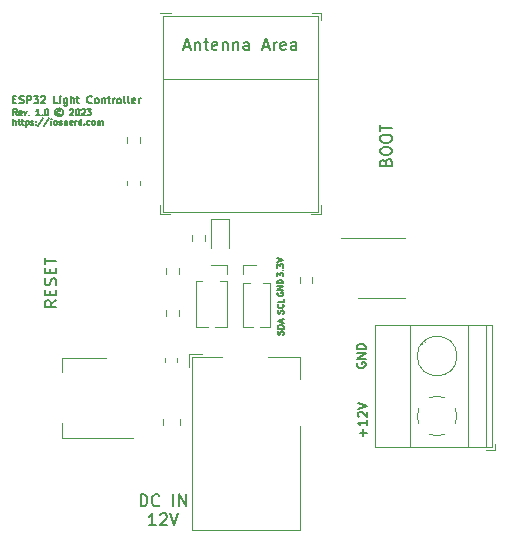
<source format=gto>
%TF.GenerationSoftware,KiCad,Pcbnew,7.0.5*%
%TF.CreationDate,2023-09-05T15:51:43-07:00*%
%TF.ProjectId,esp32_basic_led_controller,65737033-325f-4626-9173-69635f6c6564,v01 Rev1.0*%
%TF.SameCoordinates,Original*%
%TF.FileFunction,Legend,Top*%
%TF.FilePolarity,Positive*%
%FSLAX46Y46*%
G04 Gerber Fmt 4.6, Leading zero omitted, Abs format (unit mm)*
G04 Created by KiCad (PCBNEW 7.0.5) date 2023-09-05 15:51:43*
%MOMM*%
%LPD*%
G01*
G04 APERTURE LIST*
%ADD10C,0.127000*%
%ADD11C,0.150000*%
%ADD12C,0.200000*%
%ADD13C,0.120000*%
G04 APERTURE END LIST*
D10*
X103919790Y-84863346D02*
X103750456Y-84621441D01*
X103629504Y-84863346D02*
X103629504Y-84355346D01*
X103629504Y-84355346D02*
X103823028Y-84355346D01*
X103823028Y-84355346D02*
X103871409Y-84379536D01*
X103871409Y-84379536D02*
X103895599Y-84403727D01*
X103895599Y-84403727D02*
X103919790Y-84452108D01*
X103919790Y-84452108D02*
X103919790Y-84524679D01*
X103919790Y-84524679D02*
X103895599Y-84573060D01*
X103895599Y-84573060D02*
X103871409Y-84597251D01*
X103871409Y-84597251D02*
X103823028Y-84621441D01*
X103823028Y-84621441D02*
X103629504Y-84621441D01*
X104331028Y-84839156D02*
X104282647Y-84863346D01*
X104282647Y-84863346D02*
X104185885Y-84863346D01*
X104185885Y-84863346D02*
X104137504Y-84839156D01*
X104137504Y-84839156D02*
X104113313Y-84790775D01*
X104113313Y-84790775D02*
X104113313Y-84597251D01*
X104113313Y-84597251D02*
X104137504Y-84548870D01*
X104137504Y-84548870D02*
X104185885Y-84524679D01*
X104185885Y-84524679D02*
X104282647Y-84524679D01*
X104282647Y-84524679D02*
X104331028Y-84548870D01*
X104331028Y-84548870D02*
X104355218Y-84597251D01*
X104355218Y-84597251D02*
X104355218Y-84645632D01*
X104355218Y-84645632D02*
X104113313Y-84694013D01*
X104524552Y-84524679D02*
X104645504Y-84863346D01*
X104645504Y-84863346D02*
X104766457Y-84524679D01*
X104959981Y-84814965D02*
X104984171Y-84839156D01*
X104984171Y-84839156D02*
X104959981Y-84863346D01*
X104959981Y-84863346D02*
X104935790Y-84839156D01*
X104935790Y-84839156D02*
X104959981Y-84814965D01*
X104959981Y-84814965D02*
X104959981Y-84863346D01*
X105855029Y-84863346D02*
X105564743Y-84863346D01*
X105709886Y-84863346D02*
X105709886Y-84355346D01*
X105709886Y-84355346D02*
X105661505Y-84427917D01*
X105661505Y-84427917D02*
X105613124Y-84476298D01*
X105613124Y-84476298D02*
X105564743Y-84500489D01*
X106072744Y-84814965D02*
X106096934Y-84839156D01*
X106096934Y-84839156D02*
X106072744Y-84863346D01*
X106072744Y-84863346D02*
X106048553Y-84839156D01*
X106048553Y-84839156D02*
X106072744Y-84814965D01*
X106072744Y-84814965D02*
X106072744Y-84863346D01*
X106411411Y-84355346D02*
X106459792Y-84355346D01*
X106459792Y-84355346D02*
X106508173Y-84379536D01*
X106508173Y-84379536D02*
X106532363Y-84403727D01*
X106532363Y-84403727D02*
X106556554Y-84452108D01*
X106556554Y-84452108D02*
X106580744Y-84548870D01*
X106580744Y-84548870D02*
X106580744Y-84669822D01*
X106580744Y-84669822D02*
X106556554Y-84766584D01*
X106556554Y-84766584D02*
X106532363Y-84814965D01*
X106532363Y-84814965D02*
X106508173Y-84839156D01*
X106508173Y-84839156D02*
X106459792Y-84863346D01*
X106459792Y-84863346D02*
X106411411Y-84863346D01*
X106411411Y-84863346D02*
X106363030Y-84839156D01*
X106363030Y-84839156D02*
X106338839Y-84814965D01*
X106338839Y-84814965D02*
X106314649Y-84766584D01*
X106314649Y-84766584D02*
X106290458Y-84669822D01*
X106290458Y-84669822D02*
X106290458Y-84548870D01*
X106290458Y-84548870D02*
X106314649Y-84452108D01*
X106314649Y-84452108D02*
X106338839Y-84403727D01*
X106338839Y-84403727D02*
X106363030Y-84379536D01*
X106363030Y-84379536D02*
X106411411Y-84355346D01*
X107596745Y-84476298D02*
X107548364Y-84452108D01*
X107548364Y-84452108D02*
X107451602Y-84452108D01*
X107451602Y-84452108D02*
X107403221Y-84476298D01*
X107403221Y-84476298D02*
X107354840Y-84524679D01*
X107354840Y-84524679D02*
X107330650Y-84573060D01*
X107330650Y-84573060D02*
X107330650Y-84669822D01*
X107330650Y-84669822D02*
X107354840Y-84718203D01*
X107354840Y-84718203D02*
X107403221Y-84766584D01*
X107403221Y-84766584D02*
X107451602Y-84790775D01*
X107451602Y-84790775D02*
X107548364Y-84790775D01*
X107548364Y-84790775D02*
X107596745Y-84766584D01*
X107499983Y-84282775D02*
X107379031Y-84306965D01*
X107379031Y-84306965D02*
X107258078Y-84379536D01*
X107258078Y-84379536D02*
X107185507Y-84500489D01*
X107185507Y-84500489D02*
X107161316Y-84621441D01*
X107161316Y-84621441D02*
X107185507Y-84742394D01*
X107185507Y-84742394D02*
X107258078Y-84863346D01*
X107258078Y-84863346D02*
X107379031Y-84935917D01*
X107379031Y-84935917D02*
X107499983Y-84960108D01*
X107499983Y-84960108D02*
X107620935Y-84935917D01*
X107620935Y-84935917D02*
X107741888Y-84863346D01*
X107741888Y-84863346D02*
X107814459Y-84742394D01*
X107814459Y-84742394D02*
X107838650Y-84621441D01*
X107838650Y-84621441D02*
X107814459Y-84500489D01*
X107814459Y-84500489D02*
X107741888Y-84379536D01*
X107741888Y-84379536D02*
X107620935Y-84306965D01*
X107620935Y-84306965D02*
X107499983Y-84282775D01*
X108419221Y-84403727D02*
X108443412Y-84379536D01*
X108443412Y-84379536D02*
X108491793Y-84355346D01*
X108491793Y-84355346D02*
X108612745Y-84355346D01*
X108612745Y-84355346D02*
X108661126Y-84379536D01*
X108661126Y-84379536D02*
X108685317Y-84403727D01*
X108685317Y-84403727D02*
X108709507Y-84452108D01*
X108709507Y-84452108D02*
X108709507Y-84500489D01*
X108709507Y-84500489D02*
X108685317Y-84573060D01*
X108685317Y-84573060D02*
X108395031Y-84863346D01*
X108395031Y-84863346D02*
X108709507Y-84863346D01*
X109023984Y-84355346D02*
X109072365Y-84355346D01*
X109072365Y-84355346D02*
X109120746Y-84379536D01*
X109120746Y-84379536D02*
X109144936Y-84403727D01*
X109144936Y-84403727D02*
X109169127Y-84452108D01*
X109169127Y-84452108D02*
X109193317Y-84548870D01*
X109193317Y-84548870D02*
X109193317Y-84669822D01*
X109193317Y-84669822D02*
X109169127Y-84766584D01*
X109169127Y-84766584D02*
X109144936Y-84814965D01*
X109144936Y-84814965D02*
X109120746Y-84839156D01*
X109120746Y-84839156D02*
X109072365Y-84863346D01*
X109072365Y-84863346D02*
X109023984Y-84863346D01*
X109023984Y-84863346D02*
X108975603Y-84839156D01*
X108975603Y-84839156D02*
X108951412Y-84814965D01*
X108951412Y-84814965D02*
X108927222Y-84766584D01*
X108927222Y-84766584D02*
X108903031Y-84669822D01*
X108903031Y-84669822D02*
X108903031Y-84548870D01*
X108903031Y-84548870D02*
X108927222Y-84452108D01*
X108927222Y-84452108D02*
X108951412Y-84403727D01*
X108951412Y-84403727D02*
X108975603Y-84379536D01*
X108975603Y-84379536D02*
X109023984Y-84355346D01*
X109386841Y-84403727D02*
X109411032Y-84379536D01*
X109411032Y-84379536D02*
X109459413Y-84355346D01*
X109459413Y-84355346D02*
X109580365Y-84355346D01*
X109580365Y-84355346D02*
X109628746Y-84379536D01*
X109628746Y-84379536D02*
X109652937Y-84403727D01*
X109652937Y-84403727D02*
X109677127Y-84452108D01*
X109677127Y-84452108D02*
X109677127Y-84500489D01*
X109677127Y-84500489D02*
X109652937Y-84573060D01*
X109652937Y-84573060D02*
X109362651Y-84863346D01*
X109362651Y-84863346D02*
X109677127Y-84863346D01*
X109846461Y-84355346D02*
X110160937Y-84355346D01*
X110160937Y-84355346D02*
X109991604Y-84548870D01*
X109991604Y-84548870D02*
X110064175Y-84548870D01*
X110064175Y-84548870D02*
X110112556Y-84573060D01*
X110112556Y-84573060D02*
X110136747Y-84597251D01*
X110136747Y-84597251D02*
X110160937Y-84645632D01*
X110160937Y-84645632D02*
X110160937Y-84766584D01*
X110160937Y-84766584D02*
X110136747Y-84814965D01*
X110136747Y-84814965D02*
X110112556Y-84839156D01*
X110112556Y-84839156D02*
X110064175Y-84863346D01*
X110064175Y-84863346D02*
X109919032Y-84863346D01*
X109919032Y-84863346D02*
X109870651Y-84839156D01*
X109870651Y-84839156D02*
X109846461Y-84814965D01*
X103629504Y-85681226D02*
X103629504Y-85173226D01*
X103847218Y-85681226D02*
X103847218Y-85415131D01*
X103847218Y-85415131D02*
X103823028Y-85366750D01*
X103823028Y-85366750D02*
X103774647Y-85342559D01*
X103774647Y-85342559D02*
X103702075Y-85342559D01*
X103702075Y-85342559D02*
X103653694Y-85366750D01*
X103653694Y-85366750D02*
X103629504Y-85390940D01*
X104016551Y-85342559D02*
X104210075Y-85342559D01*
X104089123Y-85173226D02*
X104089123Y-85608655D01*
X104089123Y-85608655D02*
X104113313Y-85657036D01*
X104113313Y-85657036D02*
X104161694Y-85681226D01*
X104161694Y-85681226D02*
X104210075Y-85681226D01*
X104306837Y-85342559D02*
X104500361Y-85342559D01*
X104379409Y-85173226D02*
X104379409Y-85608655D01*
X104379409Y-85608655D02*
X104403599Y-85657036D01*
X104403599Y-85657036D02*
X104451980Y-85681226D01*
X104451980Y-85681226D02*
X104500361Y-85681226D01*
X104669695Y-85342559D02*
X104669695Y-85850559D01*
X104669695Y-85366750D02*
X104718076Y-85342559D01*
X104718076Y-85342559D02*
X104814838Y-85342559D01*
X104814838Y-85342559D02*
X104863219Y-85366750D01*
X104863219Y-85366750D02*
X104887409Y-85390940D01*
X104887409Y-85390940D02*
X104911600Y-85439321D01*
X104911600Y-85439321D02*
X104911600Y-85584464D01*
X104911600Y-85584464D02*
X104887409Y-85632845D01*
X104887409Y-85632845D02*
X104863219Y-85657036D01*
X104863219Y-85657036D02*
X104814838Y-85681226D01*
X104814838Y-85681226D02*
X104718076Y-85681226D01*
X104718076Y-85681226D02*
X104669695Y-85657036D01*
X105105123Y-85657036D02*
X105153504Y-85681226D01*
X105153504Y-85681226D02*
X105250266Y-85681226D01*
X105250266Y-85681226D02*
X105298647Y-85657036D01*
X105298647Y-85657036D02*
X105322838Y-85608655D01*
X105322838Y-85608655D02*
X105322838Y-85584464D01*
X105322838Y-85584464D02*
X105298647Y-85536083D01*
X105298647Y-85536083D02*
X105250266Y-85511893D01*
X105250266Y-85511893D02*
X105177695Y-85511893D01*
X105177695Y-85511893D02*
X105129314Y-85487702D01*
X105129314Y-85487702D02*
X105105123Y-85439321D01*
X105105123Y-85439321D02*
X105105123Y-85415131D01*
X105105123Y-85415131D02*
X105129314Y-85366750D01*
X105129314Y-85366750D02*
X105177695Y-85342559D01*
X105177695Y-85342559D02*
X105250266Y-85342559D01*
X105250266Y-85342559D02*
X105298647Y-85366750D01*
X105540552Y-85632845D02*
X105564742Y-85657036D01*
X105564742Y-85657036D02*
X105540552Y-85681226D01*
X105540552Y-85681226D02*
X105516361Y-85657036D01*
X105516361Y-85657036D02*
X105540552Y-85632845D01*
X105540552Y-85632845D02*
X105540552Y-85681226D01*
X105540552Y-85366750D02*
X105564742Y-85390940D01*
X105564742Y-85390940D02*
X105540552Y-85415131D01*
X105540552Y-85415131D02*
X105516361Y-85390940D01*
X105516361Y-85390940D02*
X105540552Y-85366750D01*
X105540552Y-85366750D02*
X105540552Y-85415131D01*
X106145314Y-85149036D02*
X105709885Y-85802178D01*
X106677504Y-85149036D02*
X106242075Y-85802178D01*
X106846837Y-85681226D02*
X106846837Y-85342559D01*
X106846837Y-85173226D02*
X106822646Y-85197416D01*
X106822646Y-85197416D02*
X106846837Y-85221607D01*
X106846837Y-85221607D02*
X106871027Y-85197416D01*
X106871027Y-85197416D02*
X106846837Y-85173226D01*
X106846837Y-85173226D02*
X106846837Y-85221607D01*
X107161313Y-85681226D02*
X107112932Y-85657036D01*
X107112932Y-85657036D02*
X107088742Y-85632845D01*
X107088742Y-85632845D02*
X107064551Y-85584464D01*
X107064551Y-85584464D02*
X107064551Y-85439321D01*
X107064551Y-85439321D02*
X107088742Y-85390940D01*
X107088742Y-85390940D02*
X107112932Y-85366750D01*
X107112932Y-85366750D02*
X107161313Y-85342559D01*
X107161313Y-85342559D02*
X107233885Y-85342559D01*
X107233885Y-85342559D02*
X107282266Y-85366750D01*
X107282266Y-85366750D02*
X107306456Y-85390940D01*
X107306456Y-85390940D02*
X107330647Y-85439321D01*
X107330647Y-85439321D02*
X107330647Y-85584464D01*
X107330647Y-85584464D02*
X107306456Y-85632845D01*
X107306456Y-85632845D02*
X107282266Y-85657036D01*
X107282266Y-85657036D02*
X107233885Y-85681226D01*
X107233885Y-85681226D02*
X107161313Y-85681226D01*
X107524170Y-85657036D02*
X107572551Y-85681226D01*
X107572551Y-85681226D02*
X107669313Y-85681226D01*
X107669313Y-85681226D02*
X107717694Y-85657036D01*
X107717694Y-85657036D02*
X107741885Y-85608655D01*
X107741885Y-85608655D02*
X107741885Y-85584464D01*
X107741885Y-85584464D02*
X107717694Y-85536083D01*
X107717694Y-85536083D02*
X107669313Y-85511893D01*
X107669313Y-85511893D02*
X107596742Y-85511893D01*
X107596742Y-85511893D02*
X107548361Y-85487702D01*
X107548361Y-85487702D02*
X107524170Y-85439321D01*
X107524170Y-85439321D02*
X107524170Y-85415131D01*
X107524170Y-85415131D02*
X107548361Y-85366750D01*
X107548361Y-85366750D02*
X107596742Y-85342559D01*
X107596742Y-85342559D02*
X107669313Y-85342559D01*
X107669313Y-85342559D02*
X107717694Y-85366750D01*
X107959599Y-85342559D02*
X107959599Y-85681226D01*
X107959599Y-85390940D02*
X107983789Y-85366750D01*
X107983789Y-85366750D02*
X108032170Y-85342559D01*
X108032170Y-85342559D02*
X108104742Y-85342559D01*
X108104742Y-85342559D02*
X108153123Y-85366750D01*
X108153123Y-85366750D02*
X108177313Y-85415131D01*
X108177313Y-85415131D02*
X108177313Y-85681226D01*
X108612742Y-85657036D02*
X108564361Y-85681226D01*
X108564361Y-85681226D02*
X108467599Y-85681226D01*
X108467599Y-85681226D02*
X108419218Y-85657036D01*
X108419218Y-85657036D02*
X108395027Y-85608655D01*
X108395027Y-85608655D02*
X108395027Y-85415131D01*
X108395027Y-85415131D02*
X108419218Y-85366750D01*
X108419218Y-85366750D02*
X108467599Y-85342559D01*
X108467599Y-85342559D02*
X108564361Y-85342559D01*
X108564361Y-85342559D02*
X108612742Y-85366750D01*
X108612742Y-85366750D02*
X108636932Y-85415131D01*
X108636932Y-85415131D02*
X108636932Y-85463512D01*
X108636932Y-85463512D02*
X108395027Y-85511893D01*
X108854647Y-85681226D02*
X108854647Y-85342559D01*
X108854647Y-85439321D02*
X108878837Y-85390940D01*
X108878837Y-85390940D02*
X108903028Y-85366750D01*
X108903028Y-85366750D02*
X108951409Y-85342559D01*
X108951409Y-85342559D02*
X108999790Y-85342559D01*
X109386837Y-85681226D02*
X109386837Y-85173226D01*
X109386837Y-85657036D02*
X109338456Y-85681226D01*
X109338456Y-85681226D02*
X109241694Y-85681226D01*
X109241694Y-85681226D02*
X109193313Y-85657036D01*
X109193313Y-85657036D02*
X109169123Y-85632845D01*
X109169123Y-85632845D02*
X109144932Y-85584464D01*
X109144932Y-85584464D02*
X109144932Y-85439321D01*
X109144932Y-85439321D02*
X109169123Y-85390940D01*
X109169123Y-85390940D02*
X109193313Y-85366750D01*
X109193313Y-85366750D02*
X109241694Y-85342559D01*
X109241694Y-85342559D02*
X109338456Y-85342559D01*
X109338456Y-85342559D02*
X109386837Y-85366750D01*
X109628742Y-85632845D02*
X109652932Y-85657036D01*
X109652932Y-85657036D02*
X109628742Y-85681226D01*
X109628742Y-85681226D02*
X109604551Y-85657036D01*
X109604551Y-85657036D02*
X109628742Y-85632845D01*
X109628742Y-85632845D02*
X109628742Y-85681226D01*
X110088361Y-85657036D02*
X110039980Y-85681226D01*
X110039980Y-85681226D02*
X109943218Y-85681226D01*
X109943218Y-85681226D02*
X109894837Y-85657036D01*
X109894837Y-85657036D02*
X109870647Y-85632845D01*
X109870647Y-85632845D02*
X109846456Y-85584464D01*
X109846456Y-85584464D02*
X109846456Y-85439321D01*
X109846456Y-85439321D02*
X109870647Y-85390940D01*
X109870647Y-85390940D02*
X109894837Y-85366750D01*
X109894837Y-85366750D02*
X109943218Y-85342559D01*
X109943218Y-85342559D02*
X110039980Y-85342559D01*
X110039980Y-85342559D02*
X110088361Y-85366750D01*
X110378647Y-85681226D02*
X110330266Y-85657036D01*
X110330266Y-85657036D02*
X110306076Y-85632845D01*
X110306076Y-85632845D02*
X110281885Y-85584464D01*
X110281885Y-85584464D02*
X110281885Y-85439321D01*
X110281885Y-85439321D02*
X110306076Y-85390940D01*
X110306076Y-85390940D02*
X110330266Y-85366750D01*
X110330266Y-85366750D02*
X110378647Y-85342559D01*
X110378647Y-85342559D02*
X110451219Y-85342559D01*
X110451219Y-85342559D02*
X110499600Y-85366750D01*
X110499600Y-85366750D02*
X110523790Y-85390940D01*
X110523790Y-85390940D02*
X110547981Y-85439321D01*
X110547981Y-85439321D02*
X110547981Y-85584464D01*
X110547981Y-85584464D02*
X110523790Y-85632845D01*
X110523790Y-85632845D02*
X110499600Y-85657036D01*
X110499600Y-85657036D02*
X110451219Y-85681226D01*
X110451219Y-85681226D02*
X110378647Y-85681226D01*
X110765695Y-85681226D02*
X110765695Y-85342559D01*
X110765695Y-85390940D02*
X110789885Y-85366750D01*
X110789885Y-85366750D02*
X110838266Y-85342559D01*
X110838266Y-85342559D02*
X110910838Y-85342559D01*
X110910838Y-85342559D02*
X110959219Y-85366750D01*
X110959219Y-85366750D02*
X110983409Y-85415131D01*
X110983409Y-85415131D02*
X110983409Y-85681226D01*
X110983409Y-85415131D02*
X111007600Y-85366750D01*
X111007600Y-85366750D02*
X111055981Y-85342559D01*
X111055981Y-85342559D02*
X111128552Y-85342559D01*
X111128552Y-85342559D02*
X111176933Y-85366750D01*
X111176933Y-85366750D02*
X111201123Y-85415131D01*
X111201123Y-85415131D02*
X111201123Y-85681226D01*
X103584742Y-83533065D02*
X103796409Y-83533065D01*
X103887123Y-83865684D02*
X103584742Y-83865684D01*
X103584742Y-83865684D02*
X103584742Y-83230684D01*
X103584742Y-83230684D02*
X103887123Y-83230684D01*
X104129028Y-83835446D02*
X104219742Y-83865684D01*
X104219742Y-83865684D02*
X104370933Y-83865684D01*
X104370933Y-83865684D02*
X104431409Y-83835446D01*
X104431409Y-83835446D02*
X104461647Y-83805207D01*
X104461647Y-83805207D02*
X104491885Y-83744731D01*
X104491885Y-83744731D02*
X104491885Y-83684255D01*
X104491885Y-83684255D02*
X104461647Y-83623779D01*
X104461647Y-83623779D02*
X104431409Y-83593541D01*
X104431409Y-83593541D02*
X104370933Y-83563303D01*
X104370933Y-83563303D02*
X104249980Y-83533065D01*
X104249980Y-83533065D02*
X104189504Y-83502826D01*
X104189504Y-83502826D02*
X104159266Y-83472588D01*
X104159266Y-83472588D02*
X104129028Y-83412112D01*
X104129028Y-83412112D02*
X104129028Y-83351636D01*
X104129028Y-83351636D02*
X104159266Y-83291160D01*
X104159266Y-83291160D02*
X104189504Y-83260922D01*
X104189504Y-83260922D02*
X104249980Y-83230684D01*
X104249980Y-83230684D02*
X104401171Y-83230684D01*
X104401171Y-83230684D02*
X104491885Y-83260922D01*
X104764028Y-83865684D02*
X104764028Y-83230684D01*
X104764028Y-83230684D02*
X105005933Y-83230684D01*
X105005933Y-83230684D02*
X105066409Y-83260922D01*
X105066409Y-83260922D02*
X105096647Y-83291160D01*
X105096647Y-83291160D02*
X105126885Y-83351636D01*
X105126885Y-83351636D02*
X105126885Y-83442350D01*
X105126885Y-83442350D02*
X105096647Y-83502826D01*
X105096647Y-83502826D02*
X105066409Y-83533065D01*
X105066409Y-83533065D02*
X105005933Y-83563303D01*
X105005933Y-83563303D02*
X104764028Y-83563303D01*
X105338552Y-83230684D02*
X105731647Y-83230684D01*
X105731647Y-83230684D02*
X105519980Y-83472588D01*
X105519980Y-83472588D02*
X105610695Y-83472588D01*
X105610695Y-83472588D02*
X105671171Y-83502826D01*
X105671171Y-83502826D02*
X105701409Y-83533065D01*
X105701409Y-83533065D02*
X105731647Y-83593541D01*
X105731647Y-83593541D02*
X105731647Y-83744731D01*
X105731647Y-83744731D02*
X105701409Y-83805207D01*
X105701409Y-83805207D02*
X105671171Y-83835446D01*
X105671171Y-83835446D02*
X105610695Y-83865684D01*
X105610695Y-83865684D02*
X105429266Y-83865684D01*
X105429266Y-83865684D02*
X105368790Y-83835446D01*
X105368790Y-83835446D02*
X105338552Y-83805207D01*
X105973552Y-83291160D02*
X106003790Y-83260922D01*
X106003790Y-83260922D02*
X106064266Y-83230684D01*
X106064266Y-83230684D02*
X106215457Y-83230684D01*
X106215457Y-83230684D02*
X106275933Y-83260922D01*
X106275933Y-83260922D02*
X106306171Y-83291160D01*
X106306171Y-83291160D02*
X106336409Y-83351636D01*
X106336409Y-83351636D02*
X106336409Y-83412112D01*
X106336409Y-83412112D02*
X106306171Y-83502826D01*
X106306171Y-83502826D02*
X105943314Y-83865684D01*
X105943314Y-83865684D02*
X106336409Y-83865684D01*
X107394743Y-83865684D02*
X107092362Y-83865684D01*
X107092362Y-83865684D02*
X107092362Y-83230684D01*
X107606410Y-83865684D02*
X107606410Y-83442350D01*
X107606410Y-83230684D02*
X107576172Y-83260922D01*
X107576172Y-83260922D02*
X107606410Y-83291160D01*
X107606410Y-83291160D02*
X107636648Y-83260922D01*
X107636648Y-83260922D02*
X107606410Y-83230684D01*
X107606410Y-83230684D02*
X107606410Y-83291160D01*
X108180934Y-83442350D02*
X108180934Y-83956398D01*
X108180934Y-83956398D02*
X108150696Y-84016874D01*
X108150696Y-84016874D02*
X108120458Y-84047112D01*
X108120458Y-84047112D02*
X108059981Y-84077350D01*
X108059981Y-84077350D02*
X107969267Y-84077350D01*
X107969267Y-84077350D02*
X107908791Y-84047112D01*
X108180934Y-83835446D02*
X108120458Y-83865684D01*
X108120458Y-83865684D02*
X107999505Y-83865684D01*
X107999505Y-83865684D02*
X107939029Y-83835446D01*
X107939029Y-83835446D02*
X107908791Y-83805207D01*
X107908791Y-83805207D02*
X107878553Y-83744731D01*
X107878553Y-83744731D02*
X107878553Y-83563303D01*
X107878553Y-83563303D02*
X107908791Y-83502826D01*
X107908791Y-83502826D02*
X107939029Y-83472588D01*
X107939029Y-83472588D02*
X107999505Y-83442350D01*
X107999505Y-83442350D02*
X108120458Y-83442350D01*
X108120458Y-83442350D02*
X108180934Y-83472588D01*
X108483315Y-83865684D02*
X108483315Y-83230684D01*
X108755458Y-83865684D02*
X108755458Y-83533065D01*
X108755458Y-83533065D02*
X108725220Y-83472588D01*
X108725220Y-83472588D02*
X108664744Y-83442350D01*
X108664744Y-83442350D02*
X108574029Y-83442350D01*
X108574029Y-83442350D02*
X108513553Y-83472588D01*
X108513553Y-83472588D02*
X108483315Y-83502826D01*
X108967125Y-83442350D02*
X109209029Y-83442350D01*
X109057839Y-83230684D02*
X109057839Y-83774969D01*
X109057839Y-83774969D02*
X109088077Y-83835446D01*
X109088077Y-83835446D02*
X109148553Y-83865684D01*
X109148553Y-83865684D02*
X109209029Y-83865684D01*
X110267363Y-83805207D02*
X110237125Y-83835446D01*
X110237125Y-83835446D02*
X110146411Y-83865684D01*
X110146411Y-83865684D02*
X110085935Y-83865684D01*
X110085935Y-83865684D02*
X109995220Y-83835446D01*
X109995220Y-83835446D02*
X109934744Y-83774969D01*
X109934744Y-83774969D02*
X109904506Y-83714493D01*
X109904506Y-83714493D02*
X109874268Y-83593541D01*
X109874268Y-83593541D02*
X109874268Y-83502826D01*
X109874268Y-83502826D02*
X109904506Y-83381874D01*
X109904506Y-83381874D02*
X109934744Y-83321398D01*
X109934744Y-83321398D02*
X109995220Y-83260922D01*
X109995220Y-83260922D02*
X110085935Y-83230684D01*
X110085935Y-83230684D02*
X110146411Y-83230684D01*
X110146411Y-83230684D02*
X110237125Y-83260922D01*
X110237125Y-83260922D02*
X110267363Y-83291160D01*
X110630220Y-83865684D02*
X110569744Y-83835446D01*
X110569744Y-83835446D02*
X110539506Y-83805207D01*
X110539506Y-83805207D02*
X110509268Y-83744731D01*
X110509268Y-83744731D02*
X110509268Y-83563303D01*
X110509268Y-83563303D02*
X110539506Y-83502826D01*
X110539506Y-83502826D02*
X110569744Y-83472588D01*
X110569744Y-83472588D02*
X110630220Y-83442350D01*
X110630220Y-83442350D02*
X110720935Y-83442350D01*
X110720935Y-83442350D02*
X110781411Y-83472588D01*
X110781411Y-83472588D02*
X110811649Y-83502826D01*
X110811649Y-83502826D02*
X110841887Y-83563303D01*
X110841887Y-83563303D02*
X110841887Y-83744731D01*
X110841887Y-83744731D02*
X110811649Y-83805207D01*
X110811649Y-83805207D02*
X110781411Y-83835446D01*
X110781411Y-83835446D02*
X110720935Y-83865684D01*
X110720935Y-83865684D02*
X110630220Y-83865684D01*
X111114030Y-83442350D02*
X111114030Y-83865684D01*
X111114030Y-83502826D02*
X111144268Y-83472588D01*
X111144268Y-83472588D02*
X111204744Y-83442350D01*
X111204744Y-83442350D02*
X111295459Y-83442350D01*
X111295459Y-83442350D02*
X111355935Y-83472588D01*
X111355935Y-83472588D02*
X111386173Y-83533065D01*
X111386173Y-83533065D02*
X111386173Y-83865684D01*
X111597840Y-83442350D02*
X111839744Y-83442350D01*
X111688554Y-83230684D02*
X111688554Y-83774969D01*
X111688554Y-83774969D02*
X111718792Y-83835446D01*
X111718792Y-83835446D02*
X111779268Y-83865684D01*
X111779268Y-83865684D02*
X111839744Y-83865684D01*
X112051411Y-83865684D02*
X112051411Y-83442350D01*
X112051411Y-83563303D02*
X112081649Y-83502826D01*
X112081649Y-83502826D02*
X112111887Y-83472588D01*
X112111887Y-83472588D02*
X112172363Y-83442350D01*
X112172363Y-83442350D02*
X112232840Y-83442350D01*
X112535220Y-83865684D02*
X112474744Y-83835446D01*
X112474744Y-83835446D02*
X112444506Y-83805207D01*
X112444506Y-83805207D02*
X112414268Y-83744731D01*
X112414268Y-83744731D02*
X112414268Y-83563303D01*
X112414268Y-83563303D02*
X112444506Y-83502826D01*
X112444506Y-83502826D02*
X112474744Y-83472588D01*
X112474744Y-83472588D02*
X112535220Y-83442350D01*
X112535220Y-83442350D02*
X112625935Y-83442350D01*
X112625935Y-83442350D02*
X112686411Y-83472588D01*
X112686411Y-83472588D02*
X112716649Y-83502826D01*
X112716649Y-83502826D02*
X112746887Y-83563303D01*
X112746887Y-83563303D02*
X112746887Y-83744731D01*
X112746887Y-83744731D02*
X112716649Y-83805207D01*
X112716649Y-83805207D02*
X112686411Y-83835446D01*
X112686411Y-83835446D02*
X112625935Y-83865684D01*
X112625935Y-83865684D02*
X112535220Y-83865684D01*
X113109744Y-83865684D02*
X113049268Y-83835446D01*
X113049268Y-83835446D02*
X113019030Y-83774969D01*
X113019030Y-83774969D02*
X113019030Y-83230684D01*
X113442363Y-83865684D02*
X113381887Y-83835446D01*
X113381887Y-83835446D02*
X113351649Y-83774969D01*
X113351649Y-83774969D02*
X113351649Y-83230684D01*
X113926173Y-83835446D02*
X113865697Y-83865684D01*
X113865697Y-83865684D02*
X113744744Y-83865684D01*
X113744744Y-83865684D02*
X113684268Y-83835446D01*
X113684268Y-83835446D02*
X113654030Y-83774969D01*
X113654030Y-83774969D02*
X113654030Y-83533065D01*
X113654030Y-83533065D02*
X113684268Y-83472588D01*
X113684268Y-83472588D02*
X113744744Y-83442350D01*
X113744744Y-83442350D02*
X113865697Y-83442350D01*
X113865697Y-83442350D02*
X113926173Y-83472588D01*
X113926173Y-83472588D02*
X113956411Y-83533065D01*
X113956411Y-83533065D02*
X113956411Y-83593541D01*
X113956411Y-83593541D02*
X113654030Y-83654017D01*
X114228554Y-83865684D02*
X114228554Y-83442350D01*
X114228554Y-83563303D02*
X114258792Y-83502826D01*
X114258792Y-83502826D02*
X114289030Y-83472588D01*
X114289030Y-83472588D02*
X114349506Y-83442350D01*
X114349506Y-83442350D02*
X114409983Y-83442350D01*
X125973226Y-98524905D02*
X125973226Y-98210429D01*
X125973226Y-98210429D02*
X126166750Y-98379762D01*
X126166750Y-98379762D02*
X126166750Y-98307191D01*
X126166750Y-98307191D02*
X126190940Y-98258810D01*
X126190940Y-98258810D02*
X126215131Y-98234619D01*
X126215131Y-98234619D02*
X126263512Y-98210429D01*
X126263512Y-98210429D02*
X126384464Y-98210429D01*
X126384464Y-98210429D02*
X126432845Y-98234619D01*
X126432845Y-98234619D02*
X126457036Y-98258810D01*
X126457036Y-98258810D02*
X126481226Y-98307191D01*
X126481226Y-98307191D02*
X126481226Y-98452334D01*
X126481226Y-98452334D02*
X126457036Y-98500715D01*
X126457036Y-98500715D02*
X126432845Y-98524905D01*
X126432845Y-97992714D02*
X126457036Y-97968524D01*
X126457036Y-97968524D02*
X126481226Y-97992714D01*
X126481226Y-97992714D02*
X126457036Y-98016905D01*
X126457036Y-98016905D02*
X126432845Y-97992714D01*
X126432845Y-97992714D02*
X126481226Y-97992714D01*
X125973226Y-97799190D02*
X125973226Y-97484714D01*
X125973226Y-97484714D02*
X126166750Y-97654047D01*
X126166750Y-97654047D02*
X126166750Y-97581476D01*
X126166750Y-97581476D02*
X126190940Y-97533095D01*
X126190940Y-97533095D02*
X126215131Y-97508904D01*
X126215131Y-97508904D02*
X126263512Y-97484714D01*
X126263512Y-97484714D02*
X126384464Y-97484714D01*
X126384464Y-97484714D02*
X126432845Y-97508904D01*
X126432845Y-97508904D02*
X126457036Y-97533095D01*
X126457036Y-97533095D02*
X126481226Y-97581476D01*
X126481226Y-97581476D02*
X126481226Y-97726619D01*
X126481226Y-97726619D02*
X126457036Y-97775000D01*
X126457036Y-97775000D02*
X126432845Y-97799190D01*
X125973226Y-97339571D02*
X126481226Y-97170237D01*
X126481226Y-97170237D02*
X125973226Y-97000904D01*
X125997416Y-99887047D02*
X125973226Y-99935428D01*
X125973226Y-99935428D02*
X125973226Y-100007999D01*
X125973226Y-100007999D02*
X125997416Y-100080571D01*
X125997416Y-100080571D02*
X126045797Y-100128952D01*
X126045797Y-100128952D02*
X126094178Y-100153142D01*
X126094178Y-100153142D02*
X126190940Y-100177333D01*
X126190940Y-100177333D02*
X126263512Y-100177333D01*
X126263512Y-100177333D02*
X126360274Y-100153142D01*
X126360274Y-100153142D02*
X126408655Y-100128952D01*
X126408655Y-100128952D02*
X126457036Y-100080571D01*
X126457036Y-100080571D02*
X126481226Y-100007999D01*
X126481226Y-100007999D02*
X126481226Y-99959618D01*
X126481226Y-99959618D02*
X126457036Y-99887047D01*
X126457036Y-99887047D02*
X126432845Y-99862856D01*
X126432845Y-99862856D02*
X126263512Y-99862856D01*
X126263512Y-99862856D02*
X126263512Y-99959618D01*
X126481226Y-99645142D02*
X125973226Y-99645142D01*
X125973226Y-99645142D02*
X126481226Y-99354856D01*
X126481226Y-99354856D02*
X125973226Y-99354856D01*
X126481226Y-99112952D02*
X125973226Y-99112952D01*
X125973226Y-99112952D02*
X125973226Y-98992000D01*
X125973226Y-98992000D02*
X125997416Y-98919428D01*
X125997416Y-98919428D02*
X126045797Y-98871047D01*
X126045797Y-98871047D02*
X126094178Y-98846857D01*
X126094178Y-98846857D02*
X126190940Y-98822666D01*
X126190940Y-98822666D02*
X126263512Y-98822666D01*
X126263512Y-98822666D02*
X126360274Y-98846857D01*
X126360274Y-98846857D02*
X126408655Y-98871047D01*
X126408655Y-98871047D02*
X126457036Y-98919428D01*
X126457036Y-98919428D02*
X126481226Y-98992000D01*
X126481226Y-98992000D02*
X126481226Y-99112952D01*
X126482036Y-101679762D02*
X126506226Y-101607190D01*
X126506226Y-101607190D02*
X126506226Y-101486238D01*
X126506226Y-101486238D02*
X126482036Y-101437857D01*
X126482036Y-101437857D02*
X126457845Y-101413666D01*
X126457845Y-101413666D02*
X126409464Y-101389476D01*
X126409464Y-101389476D02*
X126361083Y-101389476D01*
X126361083Y-101389476D02*
X126312702Y-101413666D01*
X126312702Y-101413666D02*
X126288512Y-101437857D01*
X126288512Y-101437857D02*
X126264321Y-101486238D01*
X126264321Y-101486238D02*
X126240131Y-101583000D01*
X126240131Y-101583000D02*
X126215940Y-101631381D01*
X126215940Y-101631381D02*
X126191750Y-101655571D01*
X126191750Y-101655571D02*
X126143369Y-101679762D01*
X126143369Y-101679762D02*
X126094988Y-101679762D01*
X126094988Y-101679762D02*
X126046607Y-101655571D01*
X126046607Y-101655571D02*
X126022416Y-101631381D01*
X126022416Y-101631381D02*
X125998226Y-101583000D01*
X125998226Y-101583000D02*
X125998226Y-101462047D01*
X125998226Y-101462047D02*
X126022416Y-101389476D01*
X126457845Y-100881475D02*
X126482036Y-100905666D01*
X126482036Y-100905666D02*
X126506226Y-100978237D01*
X126506226Y-100978237D02*
X126506226Y-101026618D01*
X126506226Y-101026618D02*
X126482036Y-101099190D01*
X126482036Y-101099190D02*
X126433655Y-101147571D01*
X126433655Y-101147571D02*
X126385274Y-101171761D01*
X126385274Y-101171761D02*
X126288512Y-101195952D01*
X126288512Y-101195952D02*
X126215940Y-101195952D01*
X126215940Y-101195952D02*
X126119178Y-101171761D01*
X126119178Y-101171761D02*
X126070797Y-101147571D01*
X126070797Y-101147571D02*
X126022416Y-101099190D01*
X126022416Y-101099190D02*
X125998226Y-101026618D01*
X125998226Y-101026618D02*
X125998226Y-100978237D01*
X125998226Y-100978237D02*
X126022416Y-100905666D01*
X126022416Y-100905666D02*
X126046607Y-100881475D01*
X126506226Y-100421856D02*
X126506226Y-100663761D01*
X126506226Y-100663761D02*
X125998226Y-100663761D01*
X126482036Y-103441857D02*
X126506226Y-103369285D01*
X126506226Y-103369285D02*
X126506226Y-103248333D01*
X126506226Y-103248333D02*
X126482036Y-103199952D01*
X126482036Y-103199952D02*
X126457845Y-103175761D01*
X126457845Y-103175761D02*
X126409464Y-103151571D01*
X126409464Y-103151571D02*
X126361083Y-103151571D01*
X126361083Y-103151571D02*
X126312702Y-103175761D01*
X126312702Y-103175761D02*
X126288512Y-103199952D01*
X126288512Y-103199952D02*
X126264321Y-103248333D01*
X126264321Y-103248333D02*
X126240131Y-103345095D01*
X126240131Y-103345095D02*
X126215940Y-103393476D01*
X126215940Y-103393476D02*
X126191750Y-103417666D01*
X126191750Y-103417666D02*
X126143369Y-103441857D01*
X126143369Y-103441857D02*
X126094988Y-103441857D01*
X126094988Y-103441857D02*
X126046607Y-103417666D01*
X126046607Y-103417666D02*
X126022416Y-103393476D01*
X126022416Y-103393476D02*
X125998226Y-103345095D01*
X125998226Y-103345095D02*
X125998226Y-103224142D01*
X125998226Y-103224142D02*
X126022416Y-103151571D01*
X126506226Y-102933856D02*
X125998226Y-102933856D01*
X125998226Y-102933856D02*
X125998226Y-102812904D01*
X125998226Y-102812904D02*
X126022416Y-102740332D01*
X126022416Y-102740332D02*
X126070797Y-102691951D01*
X126070797Y-102691951D02*
X126119178Y-102667761D01*
X126119178Y-102667761D02*
X126215940Y-102643570D01*
X126215940Y-102643570D02*
X126288512Y-102643570D01*
X126288512Y-102643570D02*
X126385274Y-102667761D01*
X126385274Y-102667761D02*
X126433655Y-102691951D01*
X126433655Y-102691951D02*
X126482036Y-102740332D01*
X126482036Y-102740332D02*
X126506226Y-102812904D01*
X126506226Y-102812904D02*
X126506226Y-102933856D01*
X126361083Y-102450047D02*
X126361083Y-102208142D01*
X126506226Y-102498428D02*
X125998226Y-102329094D01*
X125998226Y-102329094D02*
X126506226Y-102159761D01*
D11*
X132723231Y-105845744D02*
X132686945Y-105918316D01*
X132686945Y-105918316D02*
X132686945Y-106027173D01*
X132686945Y-106027173D02*
X132723231Y-106136030D01*
X132723231Y-106136030D02*
X132795802Y-106208601D01*
X132795802Y-106208601D02*
X132868374Y-106244887D01*
X132868374Y-106244887D02*
X133013517Y-106281173D01*
X133013517Y-106281173D02*
X133122374Y-106281173D01*
X133122374Y-106281173D02*
X133267517Y-106244887D01*
X133267517Y-106244887D02*
X133340088Y-106208601D01*
X133340088Y-106208601D02*
X133412660Y-106136030D01*
X133412660Y-106136030D02*
X133448945Y-106027173D01*
X133448945Y-106027173D02*
X133448945Y-105954601D01*
X133448945Y-105954601D02*
X133412660Y-105845744D01*
X133412660Y-105845744D02*
X133376374Y-105809458D01*
X133376374Y-105809458D02*
X133122374Y-105809458D01*
X133122374Y-105809458D02*
X133122374Y-105954601D01*
X133448945Y-105482887D02*
X132686945Y-105482887D01*
X132686945Y-105482887D02*
X133448945Y-105047458D01*
X133448945Y-105047458D02*
X132686945Y-105047458D01*
X133448945Y-104684601D02*
X132686945Y-104684601D01*
X132686945Y-104684601D02*
X132686945Y-104503172D01*
X132686945Y-104503172D02*
X132723231Y-104394315D01*
X132723231Y-104394315D02*
X132795802Y-104321744D01*
X132795802Y-104321744D02*
X132868374Y-104285458D01*
X132868374Y-104285458D02*
X133013517Y-104249172D01*
X133013517Y-104249172D02*
X133122374Y-104249172D01*
X133122374Y-104249172D02*
X133267517Y-104285458D01*
X133267517Y-104285458D02*
X133340088Y-104321744D01*
X133340088Y-104321744D02*
X133412660Y-104394315D01*
X133412660Y-104394315D02*
X133448945Y-104503172D01*
X133448945Y-104503172D02*
X133448945Y-104684601D01*
X133258660Y-112044887D02*
X133258660Y-111464316D01*
X133548945Y-111754601D02*
X132968374Y-111754601D01*
X133548945Y-110702315D02*
X133548945Y-111137744D01*
X133548945Y-110920029D02*
X132786945Y-110920029D01*
X132786945Y-110920029D02*
X132895802Y-110992601D01*
X132895802Y-110992601D02*
X132968374Y-111065172D01*
X132968374Y-111065172D02*
X133004660Y-111137744D01*
X132859517Y-110412030D02*
X132823231Y-110375744D01*
X132823231Y-110375744D02*
X132786945Y-110303173D01*
X132786945Y-110303173D02*
X132786945Y-110121744D01*
X132786945Y-110121744D02*
X132823231Y-110049173D01*
X132823231Y-110049173D02*
X132859517Y-110012887D01*
X132859517Y-110012887D02*
X132932088Y-109976601D01*
X132932088Y-109976601D02*
X133004660Y-109976601D01*
X133004660Y-109976601D02*
X133113517Y-110012887D01*
X133113517Y-110012887D02*
X133548945Y-110448315D01*
X133548945Y-110448315D02*
X133548945Y-109976601D01*
X132786945Y-109758887D02*
X133548945Y-109504887D01*
X133548945Y-109504887D02*
X132786945Y-109250887D01*
D12*
X114395238Y-117982219D02*
X114395238Y-116982219D01*
X114395238Y-116982219D02*
X114633333Y-116982219D01*
X114633333Y-116982219D02*
X114776190Y-117029838D01*
X114776190Y-117029838D02*
X114871428Y-117125076D01*
X114871428Y-117125076D02*
X114919047Y-117220314D01*
X114919047Y-117220314D02*
X114966666Y-117410790D01*
X114966666Y-117410790D02*
X114966666Y-117553647D01*
X114966666Y-117553647D02*
X114919047Y-117744123D01*
X114919047Y-117744123D02*
X114871428Y-117839361D01*
X114871428Y-117839361D02*
X114776190Y-117934600D01*
X114776190Y-117934600D02*
X114633333Y-117982219D01*
X114633333Y-117982219D02*
X114395238Y-117982219D01*
X115966666Y-117886980D02*
X115919047Y-117934600D01*
X115919047Y-117934600D02*
X115776190Y-117982219D01*
X115776190Y-117982219D02*
X115680952Y-117982219D01*
X115680952Y-117982219D02*
X115538095Y-117934600D01*
X115538095Y-117934600D02*
X115442857Y-117839361D01*
X115442857Y-117839361D02*
X115395238Y-117744123D01*
X115395238Y-117744123D02*
X115347619Y-117553647D01*
X115347619Y-117553647D02*
X115347619Y-117410790D01*
X115347619Y-117410790D02*
X115395238Y-117220314D01*
X115395238Y-117220314D02*
X115442857Y-117125076D01*
X115442857Y-117125076D02*
X115538095Y-117029838D01*
X115538095Y-117029838D02*
X115680952Y-116982219D01*
X115680952Y-116982219D02*
X115776190Y-116982219D01*
X115776190Y-116982219D02*
X115919047Y-117029838D01*
X115919047Y-117029838D02*
X115966666Y-117077457D01*
X117157143Y-117982219D02*
X117157143Y-116982219D01*
X117633333Y-117982219D02*
X117633333Y-116982219D01*
X117633333Y-116982219D02*
X118204761Y-117982219D01*
X118204761Y-117982219D02*
X118204761Y-116982219D01*
X115680952Y-119592219D02*
X115109524Y-119592219D01*
X115395238Y-119592219D02*
X115395238Y-118592219D01*
X115395238Y-118592219D02*
X115300000Y-118735076D01*
X115300000Y-118735076D02*
X115204762Y-118830314D01*
X115204762Y-118830314D02*
X115109524Y-118877933D01*
X116061905Y-118687457D02*
X116109524Y-118639838D01*
X116109524Y-118639838D02*
X116204762Y-118592219D01*
X116204762Y-118592219D02*
X116442857Y-118592219D01*
X116442857Y-118592219D02*
X116538095Y-118639838D01*
X116538095Y-118639838D02*
X116585714Y-118687457D01*
X116585714Y-118687457D02*
X116633333Y-118782695D01*
X116633333Y-118782695D02*
X116633333Y-118877933D01*
X116633333Y-118877933D02*
X116585714Y-119020790D01*
X116585714Y-119020790D02*
X116014286Y-119592219D01*
X116014286Y-119592219D02*
X116633333Y-119592219D01*
X116919048Y-118592219D02*
X117252381Y-119592219D01*
X117252381Y-119592219D02*
X117585714Y-118592219D01*
D11*
X135146009Y-88854887D02*
X135193628Y-88712030D01*
X135193628Y-88712030D02*
X135241247Y-88664411D01*
X135241247Y-88664411D02*
X135336485Y-88616792D01*
X135336485Y-88616792D02*
X135479342Y-88616792D01*
X135479342Y-88616792D02*
X135574580Y-88664411D01*
X135574580Y-88664411D02*
X135622200Y-88712030D01*
X135622200Y-88712030D02*
X135669819Y-88807268D01*
X135669819Y-88807268D02*
X135669819Y-89188220D01*
X135669819Y-89188220D02*
X134669819Y-89188220D01*
X134669819Y-89188220D02*
X134669819Y-88854887D01*
X134669819Y-88854887D02*
X134717438Y-88759649D01*
X134717438Y-88759649D02*
X134765057Y-88712030D01*
X134765057Y-88712030D02*
X134860295Y-88664411D01*
X134860295Y-88664411D02*
X134955533Y-88664411D01*
X134955533Y-88664411D02*
X135050771Y-88712030D01*
X135050771Y-88712030D02*
X135098390Y-88759649D01*
X135098390Y-88759649D02*
X135146009Y-88854887D01*
X135146009Y-88854887D02*
X135146009Y-89188220D01*
X134669819Y-87997744D02*
X134669819Y-87807268D01*
X134669819Y-87807268D02*
X134717438Y-87712030D01*
X134717438Y-87712030D02*
X134812676Y-87616792D01*
X134812676Y-87616792D02*
X135003152Y-87569173D01*
X135003152Y-87569173D02*
X135336485Y-87569173D01*
X135336485Y-87569173D02*
X135526961Y-87616792D01*
X135526961Y-87616792D02*
X135622200Y-87712030D01*
X135622200Y-87712030D02*
X135669819Y-87807268D01*
X135669819Y-87807268D02*
X135669819Y-87997744D01*
X135669819Y-87997744D02*
X135622200Y-88092982D01*
X135622200Y-88092982D02*
X135526961Y-88188220D01*
X135526961Y-88188220D02*
X135336485Y-88235839D01*
X135336485Y-88235839D02*
X135003152Y-88235839D01*
X135003152Y-88235839D02*
X134812676Y-88188220D01*
X134812676Y-88188220D02*
X134717438Y-88092982D01*
X134717438Y-88092982D02*
X134669819Y-87997744D01*
X134669819Y-86950125D02*
X134669819Y-86759649D01*
X134669819Y-86759649D02*
X134717438Y-86664411D01*
X134717438Y-86664411D02*
X134812676Y-86569173D01*
X134812676Y-86569173D02*
X135003152Y-86521554D01*
X135003152Y-86521554D02*
X135336485Y-86521554D01*
X135336485Y-86521554D02*
X135526961Y-86569173D01*
X135526961Y-86569173D02*
X135622200Y-86664411D01*
X135622200Y-86664411D02*
X135669819Y-86759649D01*
X135669819Y-86759649D02*
X135669819Y-86950125D01*
X135669819Y-86950125D02*
X135622200Y-87045363D01*
X135622200Y-87045363D02*
X135526961Y-87140601D01*
X135526961Y-87140601D02*
X135336485Y-87188220D01*
X135336485Y-87188220D02*
X135003152Y-87188220D01*
X135003152Y-87188220D02*
X134812676Y-87140601D01*
X134812676Y-87140601D02*
X134717438Y-87045363D01*
X134717438Y-87045363D02*
X134669819Y-86950125D01*
X134669819Y-86235839D02*
X134669819Y-85664411D01*
X135669819Y-85950125D02*
X134669819Y-85950125D01*
X107269819Y-100541792D02*
X106793628Y-100875125D01*
X107269819Y-101113220D02*
X106269819Y-101113220D01*
X106269819Y-101113220D02*
X106269819Y-100732268D01*
X106269819Y-100732268D02*
X106317438Y-100637030D01*
X106317438Y-100637030D02*
X106365057Y-100589411D01*
X106365057Y-100589411D02*
X106460295Y-100541792D01*
X106460295Y-100541792D02*
X106603152Y-100541792D01*
X106603152Y-100541792D02*
X106698390Y-100589411D01*
X106698390Y-100589411D02*
X106746009Y-100637030D01*
X106746009Y-100637030D02*
X106793628Y-100732268D01*
X106793628Y-100732268D02*
X106793628Y-101113220D01*
X106746009Y-100113220D02*
X106746009Y-99779887D01*
X107269819Y-99637030D02*
X107269819Y-100113220D01*
X107269819Y-100113220D02*
X106269819Y-100113220D01*
X106269819Y-100113220D02*
X106269819Y-99637030D01*
X107222200Y-99256077D02*
X107269819Y-99113220D01*
X107269819Y-99113220D02*
X107269819Y-98875125D01*
X107269819Y-98875125D02*
X107222200Y-98779887D01*
X107222200Y-98779887D02*
X107174580Y-98732268D01*
X107174580Y-98732268D02*
X107079342Y-98684649D01*
X107079342Y-98684649D02*
X106984104Y-98684649D01*
X106984104Y-98684649D02*
X106888866Y-98732268D01*
X106888866Y-98732268D02*
X106841247Y-98779887D01*
X106841247Y-98779887D02*
X106793628Y-98875125D01*
X106793628Y-98875125D02*
X106746009Y-99065601D01*
X106746009Y-99065601D02*
X106698390Y-99160839D01*
X106698390Y-99160839D02*
X106650771Y-99208458D01*
X106650771Y-99208458D02*
X106555533Y-99256077D01*
X106555533Y-99256077D02*
X106460295Y-99256077D01*
X106460295Y-99256077D02*
X106365057Y-99208458D01*
X106365057Y-99208458D02*
X106317438Y-99160839D01*
X106317438Y-99160839D02*
X106269819Y-99065601D01*
X106269819Y-99065601D02*
X106269819Y-98827506D01*
X106269819Y-98827506D02*
X106317438Y-98684649D01*
X106746009Y-98256077D02*
X106746009Y-97922744D01*
X107269819Y-97779887D02*
X107269819Y-98256077D01*
X107269819Y-98256077D02*
X106269819Y-98256077D01*
X106269819Y-98256077D02*
X106269819Y-97779887D01*
X106269819Y-97494172D02*
X106269819Y-96922744D01*
X107269819Y-97208458D02*
X106269819Y-97208458D01*
%TO.C,U2*%
X118098094Y-79069104D02*
X118574284Y-79069104D01*
X118002856Y-79354819D02*
X118336189Y-78354819D01*
X118336189Y-78354819D02*
X118669522Y-79354819D01*
X119002856Y-78688152D02*
X119002856Y-79354819D01*
X119002856Y-78783390D02*
X119050475Y-78735771D01*
X119050475Y-78735771D02*
X119145713Y-78688152D01*
X119145713Y-78688152D02*
X119288570Y-78688152D01*
X119288570Y-78688152D02*
X119383808Y-78735771D01*
X119383808Y-78735771D02*
X119431427Y-78831009D01*
X119431427Y-78831009D02*
X119431427Y-79354819D01*
X119764761Y-78688152D02*
X120145713Y-78688152D01*
X119907618Y-78354819D02*
X119907618Y-79211961D01*
X119907618Y-79211961D02*
X119955237Y-79307200D01*
X119955237Y-79307200D02*
X120050475Y-79354819D01*
X120050475Y-79354819D02*
X120145713Y-79354819D01*
X120859999Y-79307200D02*
X120764761Y-79354819D01*
X120764761Y-79354819D02*
X120574285Y-79354819D01*
X120574285Y-79354819D02*
X120479047Y-79307200D01*
X120479047Y-79307200D02*
X120431428Y-79211961D01*
X120431428Y-79211961D02*
X120431428Y-78831009D01*
X120431428Y-78831009D02*
X120479047Y-78735771D01*
X120479047Y-78735771D02*
X120574285Y-78688152D01*
X120574285Y-78688152D02*
X120764761Y-78688152D01*
X120764761Y-78688152D02*
X120859999Y-78735771D01*
X120859999Y-78735771D02*
X120907618Y-78831009D01*
X120907618Y-78831009D02*
X120907618Y-78926247D01*
X120907618Y-78926247D02*
X120431428Y-79021485D01*
X121336190Y-78688152D02*
X121336190Y-79354819D01*
X121336190Y-78783390D02*
X121383809Y-78735771D01*
X121383809Y-78735771D02*
X121479047Y-78688152D01*
X121479047Y-78688152D02*
X121621904Y-78688152D01*
X121621904Y-78688152D02*
X121717142Y-78735771D01*
X121717142Y-78735771D02*
X121764761Y-78831009D01*
X121764761Y-78831009D02*
X121764761Y-79354819D01*
X122240952Y-78688152D02*
X122240952Y-79354819D01*
X122240952Y-78783390D02*
X122288571Y-78735771D01*
X122288571Y-78735771D02*
X122383809Y-78688152D01*
X122383809Y-78688152D02*
X122526666Y-78688152D01*
X122526666Y-78688152D02*
X122621904Y-78735771D01*
X122621904Y-78735771D02*
X122669523Y-78831009D01*
X122669523Y-78831009D02*
X122669523Y-79354819D01*
X123574285Y-79354819D02*
X123574285Y-78831009D01*
X123574285Y-78831009D02*
X123526666Y-78735771D01*
X123526666Y-78735771D02*
X123431428Y-78688152D01*
X123431428Y-78688152D02*
X123240952Y-78688152D01*
X123240952Y-78688152D02*
X123145714Y-78735771D01*
X123574285Y-79307200D02*
X123479047Y-79354819D01*
X123479047Y-79354819D02*
X123240952Y-79354819D01*
X123240952Y-79354819D02*
X123145714Y-79307200D01*
X123145714Y-79307200D02*
X123098095Y-79211961D01*
X123098095Y-79211961D02*
X123098095Y-79116723D01*
X123098095Y-79116723D02*
X123145714Y-79021485D01*
X123145714Y-79021485D02*
X123240952Y-78973866D01*
X123240952Y-78973866D02*
X123479047Y-78973866D01*
X123479047Y-78973866D02*
X123574285Y-78926247D01*
X124764762Y-79069104D02*
X125240952Y-79069104D01*
X124669524Y-79354819D02*
X125002857Y-78354819D01*
X125002857Y-78354819D02*
X125336190Y-79354819D01*
X125669524Y-79354819D02*
X125669524Y-78688152D01*
X125669524Y-78878628D02*
X125717143Y-78783390D01*
X125717143Y-78783390D02*
X125764762Y-78735771D01*
X125764762Y-78735771D02*
X125860000Y-78688152D01*
X125860000Y-78688152D02*
X125955238Y-78688152D01*
X126669524Y-79307200D02*
X126574286Y-79354819D01*
X126574286Y-79354819D02*
X126383810Y-79354819D01*
X126383810Y-79354819D02*
X126288572Y-79307200D01*
X126288572Y-79307200D02*
X126240953Y-79211961D01*
X126240953Y-79211961D02*
X126240953Y-78831009D01*
X126240953Y-78831009D02*
X126288572Y-78735771D01*
X126288572Y-78735771D02*
X126383810Y-78688152D01*
X126383810Y-78688152D02*
X126574286Y-78688152D01*
X126574286Y-78688152D02*
X126669524Y-78735771D01*
X126669524Y-78735771D02*
X126717143Y-78831009D01*
X126717143Y-78831009D02*
X126717143Y-78926247D01*
X126717143Y-78926247D02*
X126240953Y-79021485D01*
X127574286Y-79354819D02*
X127574286Y-78831009D01*
X127574286Y-78831009D02*
X127526667Y-78735771D01*
X127526667Y-78735771D02*
X127431429Y-78688152D01*
X127431429Y-78688152D02*
X127240953Y-78688152D01*
X127240953Y-78688152D02*
X127145715Y-78735771D01*
X127574286Y-79307200D02*
X127479048Y-79354819D01*
X127479048Y-79354819D02*
X127240953Y-79354819D01*
X127240953Y-79354819D02*
X127145715Y-79307200D01*
X127145715Y-79307200D02*
X127098096Y-79211961D01*
X127098096Y-79211961D02*
X127098096Y-79116723D01*
X127098096Y-79116723D02*
X127145715Y-79021485D01*
X127145715Y-79021485D02*
X127240953Y-78973866D01*
X127240953Y-78973866D02*
X127479048Y-78973866D01*
X127479048Y-78973866D02*
X127574286Y-78926247D01*
D13*
%TO.C,U3*%
X119066000Y-98933000D02*
X119066000Y-102803000D01*
X119066000Y-98933000D02*
X119636000Y-98933000D01*
X119066000Y-102803000D02*
X120088470Y-102803000D01*
X120396000Y-97538000D02*
X121726000Y-97538000D01*
X120703530Y-102803000D02*
X121726000Y-102803000D01*
X121156000Y-98933000D02*
X121726000Y-98933000D01*
X121726000Y-97538000D02*
X121726000Y-98298000D01*
X121726000Y-98933000D02*
X121726000Y-102803000D01*
%TO.C,R5*%
X119822500Y-95020276D02*
X119822500Y-95529724D01*
X118777500Y-95020276D02*
X118777500Y-95529724D01*
%TO.C,C2*%
X116490000Y-105746267D02*
X116490000Y-105453733D01*
X117510000Y-105746267D02*
X117510000Y-105453733D01*
%TO.C,C3*%
X117735000Y-110576248D02*
X117735000Y-111098752D01*
X116265000Y-110576248D02*
X116265000Y-111098752D01*
%TO.C,R4*%
X117616500Y-97789276D02*
X117616500Y-98298724D01*
X116571500Y-97789276D02*
X116571500Y-98298724D01*
%TO.C,C1*%
X113290000Y-90746267D02*
X113290000Y-90453733D01*
X114310000Y-90746267D02*
X114310000Y-90453733D01*
%TO.C,R1*%
X128922500Y-98545276D02*
X128922500Y-99054724D01*
X127877500Y-98545276D02*
X127877500Y-99054724D01*
%TO.C,J1*%
X119566000Y-105120000D02*
X118516000Y-105120000D01*
X127916000Y-105320000D02*
X127916000Y-107220000D01*
X125216000Y-105320000D02*
X127916000Y-105320000D01*
X118716000Y-105320000D02*
X121316000Y-105320000D01*
X118516000Y-106170000D02*
X118516000Y-105120000D01*
X127916000Y-111220000D02*
X127916000Y-120020000D01*
X127916000Y-120020000D02*
X118716000Y-120020000D01*
X118716000Y-120020000D02*
X118716000Y-105320000D01*
%TO.C,U1*%
X113750000Y-112210000D02*
X107740000Y-112210000D01*
X111500000Y-105390000D02*
X107740000Y-105390000D01*
X107740000Y-112210000D02*
X107740000Y-110950000D01*
X107740000Y-105390000D02*
X107740000Y-106650000D01*
%TO.C,R3*%
X117616500Y-101345276D02*
X117616500Y-101854724D01*
X116571500Y-101345276D02*
X116571500Y-101854724D01*
%TO.C,U2*%
X129660000Y-93250000D02*
X128860000Y-93250000D01*
X129660000Y-92450000D02*
X129660000Y-93250000D01*
X129660000Y-76250000D02*
X129660000Y-76850000D01*
X129460000Y-93050000D02*
X116260000Y-93050000D01*
X129460000Y-76450000D02*
X129460000Y-93050000D01*
X128910000Y-76250000D02*
X129660000Y-76250000D01*
X116935000Y-76250000D02*
X116085000Y-76250000D01*
X116260000Y-93050000D02*
X116260000Y-76450000D01*
X116260000Y-81850000D02*
X129460000Y-81850000D01*
X116260000Y-76450000D02*
X129460000Y-76450000D01*
X116060000Y-93250000D02*
X116860000Y-93250000D01*
X116060000Y-92450000D02*
X116060000Y-93250000D01*
%TO.C,J3*%
X123096000Y-97538000D02*
X124206000Y-97538000D01*
X123096000Y-98298000D02*
X123096000Y-97538000D01*
X123096000Y-99058000D02*
X123096000Y-102803000D01*
X123096000Y-99058000D02*
X123642529Y-99058000D01*
X123096000Y-102803000D02*
X123898470Y-102803000D01*
X124513530Y-102803000D02*
X125316000Y-102803000D01*
X124769471Y-99058000D02*
X125316000Y-99058000D01*
X125316000Y-99058000D02*
X125316000Y-102803000D01*
%TO.C,Q1*%
X134800000Y-100360000D02*
X136750000Y-100360000D01*
X134800000Y-100360000D02*
X132850000Y-100360000D01*
X134800000Y-95240000D02*
X136750000Y-95240000D01*
X134800000Y-95240000D02*
X131350000Y-95240000D01*
%TO.C,R2*%
X113277500Y-86745276D02*
X113277500Y-87254724D01*
X114322500Y-86745276D02*
X114322500Y-87254724D01*
%TO.C,J2*%
X143665000Y-113185000D02*
X144405000Y-113185000D01*
X144405000Y-113185000D02*
X144405000Y-112685000D01*
X134244000Y-112945000D02*
X144165000Y-112945000D01*
X134244000Y-112945000D02*
X134244000Y-102665000D01*
X137204000Y-112945000D02*
X137204000Y-102665000D01*
X142105000Y-112945000D02*
X142105000Y-102665000D01*
X143605000Y-112945000D02*
X143605000Y-102665000D01*
X144165000Y-112945000D02*
X144165000Y-102665000D01*
X140528000Y-106492000D02*
X140574000Y-106539000D01*
X140744000Y-106299000D02*
X140779000Y-106334000D01*
X138230000Y-104195000D02*
X138266000Y-104230000D01*
X138436000Y-103990000D02*
X138482000Y-104037000D01*
X134244000Y-102665000D02*
X144165000Y-102665000D01*
X138821001Y-111879999D02*
G75*
G03*
X140188042Y-111880426I684000J1534992D01*
G01*
X137970001Y-109661001D02*
G75*
G03*
X137969574Y-111028042I1534992J-684000D01*
G01*
X141039999Y-111029000D02*
G75*
G03*
X141185252Y-110316195I-1535000J683999D01*
G01*
X141184999Y-110345000D02*
G75*
G03*
X141039755Y-109661682I-1679999J0D01*
G01*
X140189000Y-108810000D02*
G75*
G03*
X138821958Y-108809574I-684000J-1535000D01*
G01*
X141185000Y-105265000D02*
G75*
G03*
X141185000Y-105265000I-1680000J0D01*
G01*
%TO.C,D1*%
X121860000Y-93640000D02*
X120390000Y-93640000D01*
X120390000Y-93640000D02*
X120390000Y-96100000D01*
X121860000Y-96100000D02*
X121860000Y-93640000D01*
%TD*%
M02*

</source>
